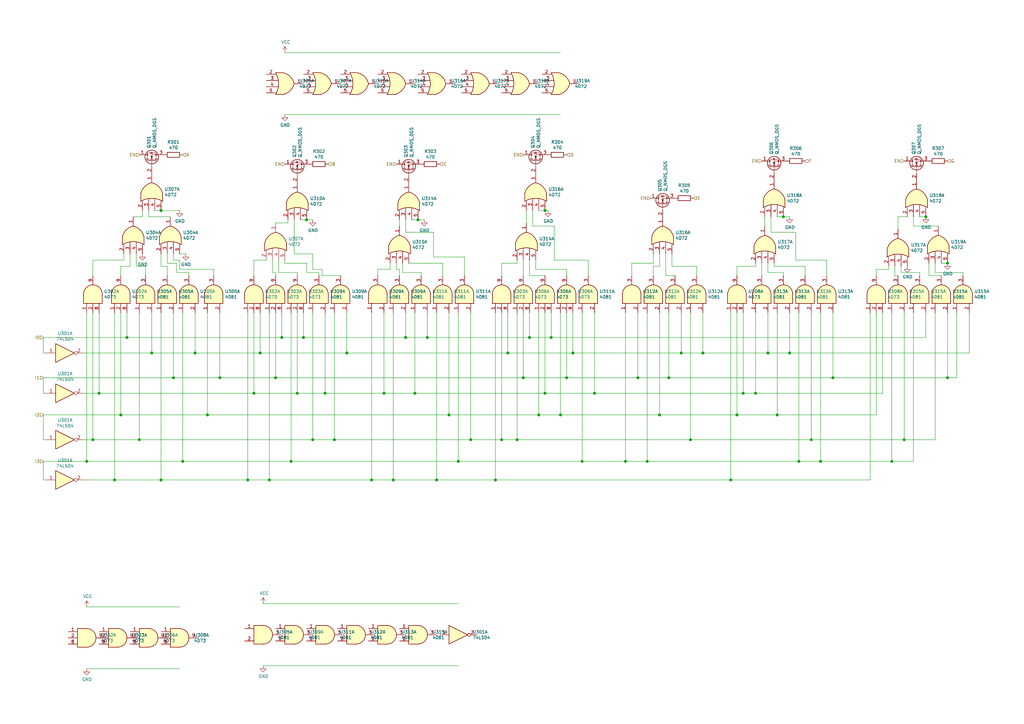
<source format=kicad_sch>
(kicad_sch (version 20210126) (generator eeschema)
  (paper "A3")
  (junction (at 35.56 189.23) (diameter 1.016))
  (junction (at 38.1 180.34) (diameter 1.016))
  (junction (at 40.64 161.29) (diameter 1.016))
  (junction (at 46.99 196.85) (diameter 1.016))
  (junction (at 49.53 170.18) (diameter 1.016))
  (junction (at 52.07 138.43) (diameter 1.016))
  (junction (at 57.15 180.34) (diameter 1.016))
  (junction (at 62.23 144.78) (diameter 1.016))
  (junction (at 66.04 86.36) (diameter 1.016))
  (junction (at 66.04 196.85) (diameter 1.016))
  (junction (at 71.12 154.94) (diameter 1.016))
  (junction (at 74.93 189.23) (diameter 1.016))
  (junction (at 80.01 144.78) (diameter 1.016))
  (junction (at 85.09 170.18) (diameter 1.016))
  (junction (at 90.17 154.94) (diameter 1.016))
  (junction (at 101.6 196.85) (diameter 1.016))
  (junction (at 104.14 161.29) (diameter 1.016))
  (junction (at 106.68 144.78) (diameter 1.016))
  (junction (at 110.49 196.85) (diameter 1.016))
  (junction (at 113.03 154.94) (diameter 1.016))
  (junction (at 115.57 138.43) (diameter 1.016))
  (junction (at 119.38 189.23) (diameter 1.016))
  (junction (at 121.92 161.29) (diameter 1.016))
  (junction (at 124.46 138.43) (diameter 1.016))
  (junction (at 125.73 90.17) (diameter 1.016))
  (junction (at 128.27 180.34) (diameter 1.016))
  (junction (at 133.35 161.29) (diameter 1.016))
  (junction (at 137.16 180.34) (diameter 1.016))
  (junction (at 142.24 144.78) (diameter 1.016))
  (junction (at 152.4 196.85) (diameter 1.016))
  (junction (at 157.48 161.29) (diameter 1.016))
  (junction (at 161.29 196.85) (diameter 1.016))
  (junction (at 166.37 138.43) (diameter 1.016))
  (junction (at 170.18 161.29) (diameter 1.016))
  (junction (at 171.45 90.17) (diameter 1.016))
  (junction (at 175.26 138.43) (diameter 1.016))
  (junction (at 179.07 196.85) (diameter 1.016))
  (junction (at 184.15 170.18) (diameter 1.016))
  (junction (at 187.96 189.23) (diameter 1.016))
  (junction (at 193.04 180.34) (diameter 1.016))
  (junction (at 203.2 196.85) (diameter 1.016))
  (junction (at 205.74 180.34) (diameter 1.016))
  (junction (at 208.28 144.78) (diameter 1.016))
  (junction (at 212.09 180.34) (diameter 1.016))
  (junction (at 214.63 154.94) (diameter 1.016))
  (junction (at 217.17 138.43) (diameter 1.016))
  (junction (at 220.98 170.18) (diameter 1.016))
  (junction (at 223.52 86.36) (diameter 1.016))
  (junction (at 223.52 161.29) (diameter 1.016))
  (junction (at 226.06 138.43) (diameter 1.016))
  (junction (at 229.87 170.18) (diameter 1.016))
  (junction (at 232.41 154.94) (diameter 1.016))
  (junction (at 234.95 144.78) (diameter 1.016))
  (junction (at 238.76 189.23) (diameter 1.016))
  (junction (at 243.84 161.29) (diameter 1.016))
  (junction (at 256.54 189.23) (diameter 1.016))
  (junction (at 261.62 154.94) (diameter 1.016))
  (junction (at 265.43 189.23) (diameter 1.016))
  (junction (at 270.51 170.18) (diameter 1.016))
  (junction (at 274.32 154.94) (diameter 1.016))
  (junction (at 279.4 144.78) (diameter 1.016))
  (junction (at 283.21 180.34) (diameter 1.016))
  (junction (at 288.29 144.78) (diameter 1.016))
  (junction (at 299.72 196.85) (diameter 1.016))
  (junction (at 302.26 170.18) (diameter 1.016))
  (junction (at 304.8 161.29) (diameter 1.016))
  (junction (at 309.88 161.29) (diameter 1.016))
  (junction (at 314.96 144.78) (diameter 1.016))
  (junction (at 318.77 170.18) (diameter 1.016))
  (junction (at 321.31 88.9) (diameter 1.016))
  (junction (at 323.85 144.78) (diameter 1.016))
  (junction (at 327.66 189.23) (diameter 1.016))
  (junction (at 332.74 180.34) (diameter 1.016))
  (junction (at 336.55 189.23) (diameter 1.016))
  (junction (at 341.63 154.94) (diameter 1.016))
  (junction (at 365.76 189.23) (diameter 1.016))
  (junction (at 370.84 180.34) (diameter 1.016))
  (junction (at 379.73 88.9) (diameter 1.016))
  (junction (at 388.62 107.95) (diameter 1.016))
  (junction (at 388.62 154.94) (diameter 1.016))
  (wire (pts (xy 17.78 138.43) (xy 17.78 144.78)))
  (wire (pts (xy 17.78 138.43) (xy 52.07 138.43)))
  (wire (pts (xy 17.78 144.78) (xy 19.05 144.78)))
  (wire (pts (xy 17.78 154.94) (xy 17.78 161.29)))
  (wire (pts (xy 17.78 154.94) (xy 71.12 154.94)))
  (wire (pts (xy 17.78 161.29) (xy 19.05 161.29)))
  (wire (pts (xy 17.78 170.18) (xy 17.78 180.34)))
  (wire (pts (xy 17.78 170.18) (xy 49.53 170.18)))
  (wire (pts (xy 17.78 180.34) (xy 19.05 180.34)))
  (wire (pts (xy 17.78 189.23) (xy 17.78 196.85)))
  (wire (pts (xy 17.78 189.23) (xy 35.56 189.23)))
  (wire (pts (xy 17.78 196.85) (xy 19.05 196.85)))
  (wire (pts (xy 34.29 144.78) (xy 62.23 144.78)))
  (wire (pts (xy 34.29 161.29) (xy 40.64 161.29)))
  (wire (pts (xy 34.29 180.34) (xy 38.1 180.34)))
  (wire (pts (xy 34.29 196.85) (xy 46.99 196.85)))
  (wire (pts (xy 35.56 128.27) (xy 35.56 189.23)))
  (wire (pts (xy 35.56 189.23) (xy 74.93 189.23)))
  (wire (pts (xy 35.56 248.92) (xy 73.66 248.92)))
  (wire (pts (xy 35.56 274.32) (xy 73.66 274.32)))
  (wire (pts (xy 38.1 106.68) (xy 50.8 106.68)))
  (wire (pts (xy 38.1 113.03) (xy 38.1 106.68)))
  (wire (pts (xy 38.1 128.27) (xy 38.1 180.34)))
  (wire (pts (xy 38.1 180.34) (xy 57.15 180.34)))
  (wire (pts (xy 40.64 128.27) (xy 40.64 161.29)))
  (wire (pts (xy 40.64 161.29) (xy 104.14 161.29)))
  (wire (pts (xy 46.99 128.27) (xy 46.99 196.85)))
  (wire (pts (xy 46.99 196.85) (xy 66.04 196.85)))
  (wire (pts (xy 49.53 109.22) (xy 53.34 109.22)))
  (wire (pts (xy 49.53 113.03) (xy 49.53 109.22)))
  (wire (pts (xy 49.53 128.27) (xy 49.53 170.18)))
  (wire (pts (xy 49.53 170.18) (xy 85.09 170.18)))
  (wire (pts (xy 50.8 106.68) (xy 50.8 104.14)))
  (wire (pts (xy 52.07 128.27) (xy 52.07 138.43)))
  (wire (pts (xy 52.07 138.43) (xy 115.57 138.43)))
  (wire (pts (xy 53.34 104.14) (xy 53.34 109.22)))
  (wire (pts (xy 54.61 88.9) (xy 58.42 88.9)))
  (wire (pts (xy 55.88 104.14) (xy 55.88 109.22)))
  (wire (pts (xy 55.88 109.22) (xy 59.69 109.22)))
  (wire (pts (xy 57.15 128.27) (xy 57.15 180.34)))
  (wire (pts (xy 57.15 180.34) (xy 128.27 180.34)))
  (wire (pts (xy 58.42 88.9) (xy 58.42 86.36)))
  (wire (pts (xy 59.69 109.22) (xy 59.69 113.03)))
  (wire (pts (xy 60.96 86.36) (xy 60.96 88.9)))
  (wire (pts (xy 60.96 88.9) (xy 69.85 88.9)))
  (wire (pts (xy 62.23 128.27) (xy 62.23 144.78)))
  (wire (pts (xy 62.23 144.78) (xy 80.01 144.78)))
  (wire (pts (xy 63.5 86.36) (xy 66.04 86.36)))
  (wire (pts (xy 66.04 86.36) (xy 73.66 86.36)))
  (wire (pts (xy 66.04 109.22) (xy 66.04 104.14)))
  (wire (pts (xy 66.04 128.27) (xy 66.04 196.85)))
  (wire (pts (xy 66.04 196.85) (xy 101.6 196.85)))
  (wire (pts (xy 68.58 104.14) (xy 68.58 107.95)))
  (wire (pts (xy 68.58 107.95) (xy 72.39 107.95)))
  (wire (pts (xy 68.58 109.22) (xy 66.04 109.22)))
  (wire (pts (xy 68.58 113.03) (xy 68.58 109.22)))
  (wire (pts (xy 71.12 104.14) (xy 71.12 106.68)))
  (wire (pts (xy 71.12 106.68) (xy 73.66 106.68)))
  (wire (pts (xy 71.12 128.27) (xy 71.12 154.94)))
  (wire (pts (xy 71.12 154.94) (xy 90.17 154.94)))
  (wire (pts (xy 72.39 107.95) (xy 72.39 111.76)))
  (wire (pts (xy 72.39 111.76) (xy 77.47 111.76)))
  (wire (pts (xy 73.66 104.14) (xy 76.2 104.14)))
  (wire (pts (xy 73.66 106.68) (xy 73.66 110.49)))
  (wire (pts (xy 73.66 110.49) (xy 87.63 110.49)))
  (wire (pts (xy 74.93 128.27) (xy 74.93 189.23)))
  (wire (pts (xy 74.93 189.23) (xy 119.38 189.23)))
  (wire (pts (xy 77.47 111.76) (xy 77.47 113.03)))
  (wire (pts (xy 80.01 128.27) (xy 80.01 144.78)))
  (wire (pts (xy 80.01 144.78) (xy 106.68 144.78)))
  (wire (pts (xy 85.09 128.27) (xy 85.09 170.18)))
  (wire (pts (xy 85.09 170.18) (xy 184.15 170.18)))
  (wire (pts (xy 87.63 110.49) (xy 87.63 113.03)))
  (wire (pts (xy 90.17 128.27) (xy 90.17 154.94)))
  (wire (pts (xy 90.17 154.94) (xy 113.03 154.94)))
  (wire (pts (xy 101.6 128.27) (xy 101.6 196.85)))
  (wire (pts (xy 101.6 196.85) (xy 110.49 196.85)))
  (wire (pts (xy 104.14 106.68) (xy 109.22 106.68)))
  (wire (pts (xy 104.14 113.03) (xy 104.14 106.68)))
  (wire (pts (xy 104.14 128.27) (xy 104.14 161.29)))
  (wire (pts (xy 104.14 161.29) (xy 121.92 161.29)))
  (wire (pts (xy 106.68 128.27) (xy 106.68 144.78)))
  (wire (pts (xy 106.68 144.78) (xy 142.24 144.78)))
  (wire (pts (xy 107.95 247.65) (xy 187.96 247.65)))
  (wire (pts (xy 107.95 273.05) (xy 187.96 273.05)))
  (wire (pts (xy 110.49 128.27) (xy 110.49 196.85)))
  (wire (pts (xy 110.49 196.85) (xy 152.4 196.85)))
  (wire (pts (xy 111.76 111.76) (xy 111.76 106.68)))
  (wire (pts (xy 113.03 91.44) (xy 118.11 91.44)))
  (wire (pts (xy 113.03 111.76) (xy 111.76 111.76)))
  (wire (pts (xy 113.03 113.03) (xy 113.03 111.76)))
  (wire (pts (xy 113.03 128.27) (xy 113.03 154.94)))
  (wire (pts (xy 113.03 154.94) (xy 214.63 154.94)))
  (wire (pts (xy 114.3 106.68) (xy 114.3 111.76)))
  (wire (pts (xy 114.3 111.76) (xy 121.92 111.76)))
  (wire (pts (xy 115.57 128.27) (xy 115.57 138.43)))
  (wire (pts (xy 115.57 138.43) (xy 124.46 138.43)))
  (wire (pts (xy 116.84 21.59) (xy 229.87 21.59)))
  (wire (pts (xy 116.84 46.99) (xy 229.87 46.99)))
  (wire (pts (xy 116.84 107.95) (xy 116.84 106.68)))
  (wire (pts (xy 118.11 91.44) (xy 118.11 90.17)))
  (wire (pts (xy 119.38 128.27) (xy 119.38 189.23)))
  (wire (pts (xy 119.38 189.23) (xy 187.96 189.23)))
  (wire (pts (xy 120.65 90.17) (xy 120.65 104.14)))
  (wire (pts (xy 121.92 111.76) (xy 121.92 113.03)))
  (wire (pts (xy 121.92 128.27) (xy 121.92 161.29)))
  (wire (pts (xy 121.92 161.29) (xy 133.35 161.29)))
  (wire (pts (xy 123.19 90.17) (xy 125.73 90.17)))
  (wire (pts (xy 124.46 128.27) (xy 124.46 138.43)))
  (wire (pts (xy 124.46 138.43) (xy 166.37 138.43)))
  (wire (pts (xy 125.73 90.17) (xy 128.27 90.17)))
  (wire (pts (xy 125.73 107.95) (xy 116.84 107.95)))
  (wire (pts (xy 125.73 107.95) (xy 125.73 111.76)))
  (wire (pts (xy 125.73 111.76) (xy 130.81 111.76)))
  (wire (pts (xy 128.27 104.14) (xy 120.65 104.14)))
  (wire (pts (xy 128.27 104.14) (xy 128.27 110.49)))
  (wire (pts (xy 128.27 128.27) (xy 128.27 180.34)))
  (wire (pts (xy 128.27 180.34) (xy 137.16 180.34)))
  (wire (pts (xy 130.81 111.76) (xy 130.81 113.03)))
  (wire (pts (xy 132.08 110.49) (xy 128.27 110.49)))
  (wire (pts (xy 132.08 113.03) (xy 132.08 110.49)))
  (wire (pts (xy 133.35 128.27) (xy 133.35 161.29)))
  (wire (pts (xy 133.35 161.29) (xy 157.48 161.29)))
  (wire (pts (xy 137.16 128.27) (xy 137.16 180.34)))
  (wire (pts (xy 137.16 180.34) (xy 193.04 180.34)))
  (wire (pts (xy 139.7 113.03) (xy 132.08 113.03)))
  (wire (pts (xy 142.24 128.27) (xy 142.24 144.78)))
  (wire (pts (xy 142.24 144.78) (xy 208.28 144.78)))
  (wire (pts (xy 152.4 128.27) (xy 152.4 196.85)))
  (wire (pts (xy 152.4 196.85) (xy 161.29 196.85)))
  (wire (pts (xy 154.94 110.49) (xy 160.02 110.49)))
  (wire (pts (xy 154.94 113.03) (xy 154.94 110.49)))
  (wire (pts (xy 157.48 128.27) (xy 157.48 161.29)))
  (wire (pts (xy 157.48 161.29) (xy 170.18 161.29)))
  (wire (pts (xy 160.02 110.49) (xy 160.02 107.95)))
  (wire (pts (xy 161.29 128.27) (xy 161.29 196.85)))
  (wire (pts (xy 161.29 196.85) (xy 179.07 196.85)))
  (wire (pts (xy 162.56 107.95) (xy 162.56 110.49)))
  (wire (pts (xy 162.56 110.49) (xy 163.83 110.49)))
  (wire (pts (xy 163.83 90.17) (xy 163.83 92.71)))
  (wire (pts (xy 163.83 110.49) (xy 163.83 113.03)))
  (wire (pts (xy 165.1 107.95) (xy 165.1 111.76)))
  (wire (pts (xy 165.1 111.76) (xy 172.72 111.76)))
  (wire (pts (xy 166.37 90.17) (xy 166.37 95.25)))
  (wire (pts (xy 166.37 95.25) (xy 177.8 95.25)))
  (wire (pts (xy 166.37 128.27) (xy 166.37 138.43)))
  (wire (pts (xy 166.37 138.43) (xy 175.26 138.43)))
  (wire (pts (xy 167.64 107.95) (xy 181.61 107.95)))
  (wire (pts (xy 168.91 90.17) (xy 171.45 90.17)))
  (wire (pts (xy 170.18 128.27) (xy 170.18 161.29)))
  (wire (pts (xy 170.18 161.29) (xy 223.52 161.29)))
  (wire (pts (xy 171.45 90.17) (xy 173.99 90.17)))
  (wire (pts (xy 172.72 111.76) (xy 172.72 113.03)))
  (wire (pts (xy 175.26 128.27) (xy 175.26 138.43)))
  (wire (pts (xy 175.26 138.43) (xy 217.17 138.43)))
  (wire (pts (xy 177.8 95.25) (xy 177.8 105.41)))
  (wire (pts (xy 177.8 105.41) (xy 190.5 105.41)))
  (wire (pts (xy 179.07 128.27) (xy 179.07 196.85)))
  (wire (pts (xy 179.07 196.85) (xy 203.2 196.85)))
  (wire (pts (xy 181.61 107.95) (xy 181.61 113.03)))
  (wire (pts (xy 184.15 128.27) (xy 184.15 170.18)))
  (wire (pts (xy 184.15 170.18) (xy 220.98 170.18)))
  (wire (pts (xy 187.96 128.27) (xy 187.96 189.23)))
  (wire (pts (xy 187.96 189.23) (xy 238.76 189.23)))
  (wire (pts (xy 190.5 105.41) (xy 190.5 113.03)))
  (wire (pts (xy 193.04 128.27) (xy 193.04 180.34)))
  (wire (pts (xy 193.04 180.34) (xy 205.74 180.34)))
  (wire (pts (xy 203.2 128.27) (xy 203.2 196.85)))
  (wire (pts (xy 203.2 196.85) (xy 299.72 196.85)))
  (wire (pts (xy 205.74 107.95) (xy 212.09 107.95)))
  (wire (pts (xy 205.74 113.03) (xy 205.74 107.95)))
  (wire (pts (xy 205.74 128.27) (xy 205.74 180.34)))
  (wire (pts (xy 205.74 180.34) (xy 212.09 180.34)))
  (wire (pts (xy 208.28 128.27) (xy 208.28 144.78)))
  (wire (pts (xy 208.28 144.78) (xy 234.95 144.78)))
  (wire (pts (xy 212.09 107.95) (xy 212.09 106.68)))
  (wire (pts (xy 212.09 128.27) (xy 212.09 180.34)))
  (wire (pts (xy 212.09 180.34) (xy 283.21 180.34)))
  (wire (pts (xy 214.63 106.68) (xy 214.63 113.03)))
  (wire (pts (xy 214.63 128.27) (xy 214.63 154.94)))
  (wire (pts (xy 214.63 154.94) (xy 232.41 154.94)))
  (wire (pts (xy 215.9 86.36) (xy 215.9 91.44)))
  (wire (pts (xy 217.17 106.68) (xy 217.17 113.03)))
  (wire (pts (xy 217.17 113.03) (xy 223.52 113.03)))
  (wire (pts (xy 217.17 128.27) (xy 217.17 138.43)))
  (wire (pts (xy 217.17 138.43) (xy 226.06 138.43)))
  (wire (pts (xy 218.44 86.36) (xy 218.44 92.71)))
  (wire (pts (xy 218.44 92.71) (xy 227.33 92.71)))
  (wire (pts (xy 219.71 106.68) (xy 219.71 110.49)))
  (wire (pts (xy 219.71 110.49) (xy 232.41 110.49)))
  (wire (pts (xy 220.98 86.36) (xy 223.52 86.36)))
  (wire (pts (xy 220.98 128.27) (xy 220.98 170.18)))
  (wire (pts (xy 220.98 170.18) (xy 229.87 170.18)))
  (wire (pts (xy 223.52 86.36) (xy 224.79 86.36)))
  (wire (pts (xy 223.52 128.27) (xy 223.52 161.29)))
  (wire (pts (xy 223.52 161.29) (xy 243.84 161.29)))
  (wire (pts (xy 226.06 128.27) (xy 226.06 138.43)))
  (wire (pts (xy 226.06 138.43) (xy 379.73 138.43)))
  (wire (pts (xy 227.33 92.71) (xy 227.33 106.68)))
  (wire (pts (xy 227.33 106.68) (xy 241.3 106.68)))
  (wire (pts (xy 229.87 128.27) (xy 229.87 170.18)))
  (wire (pts (xy 229.87 170.18) (xy 270.51 170.18)))
  (wire (pts (xy 232.41 110.49) (xy 232.41 113.03)))
  (wire (pts (xy 232.41 128.27) (xy 232.41 154.94)))
  (wire (pts (xy 232.41 154.94) (xy 261.62 154.94)))
  (wire (pts (xy 234.95 128.27) (xy 234.95 144.78)))
  (wire (pts (xy 234.95 144.78) (xy 279.4 144.78)))
  (wire (pts (xy 238.76 128.27) (xy 238.76 189.23)))
  (wire (pts (xy 238.76 189.23) (xy 256.54 189.23)))
  (wire (pts (xy 241.3 106.68) (xy 241.3 113.03)))
  (wire (pts (xy 243.84 128.27) (xy 243.84 161.29)))
  (wire (pts (xy 243.84 161.29) (xy 304.8 161.29)))
  (wire (pts (xy 256.54 128.27) (xy 256.54 189.23)))
  (wire (pts (xy 256.54 189.23) (xy 265.43 189.23)))
  (wire (pts (xy 259.08 107.95) (xy 267.97 107.95)))
  (wire (pts (xy 259.08 113.03) (xy 259.08 107.95)))
  (wire (pts (xy 261.62 128.27) (xy 261.62 154.94)))
  (wire (pts (xy 261.62 154.94) (xy 274.32 154.94)))
  (wire (pts (xy 265.43 128.27) (xy 265.43 189.23)))
  (wire (pts (xy 265.43 189.23) (xy 327.66 189.23)))
  (wire (pts (xy 267.97 107.95) (xy 267.97 104.14)))
  (wire (pts (xy 267.97 109.22) (xy 267.97 113.03)))
  (wire (pts (xy 270.51 104.14) (xy 270.51 109.22)))
  (wire (pts (xy 270.51 109.22) (xy 267.97 109.22)))
  (wire (pts (xy 270.51 128.27) (xy 270.51 170.18)))
  (wire (pts (xy 270.51 170.18) (xy 302.26 170.18)))
  (wire (pts (xy 273.05 104.14) (xy 273.05 113.03)))
  (wire (pts (xy 274.32 128.27) (xy 274.32 154.94)))
  (wire (pts (xy 274.32 154.94) (xy 341.63 154.94)))
  (wire (pts (xy 275.59 104.14) (xy 275.59 109.22)))
  (wire (pts (xy 275.59 109.22) (xy 285.75 109.22)))
  (wire (pts (xy 276.86 113.03) (xy 273.05 113.03)))
  (wire (pts (xy 279.4 128.27) (xy 279.4 144.78)))
  (wire (pts (xy 279.4 144.78) (xy 288.29 144.78)))
  (wire (pts (xy 283.21 128.27) (xy 283.21 180.34)))
  (wire (pts (xy 283.21 180.34) (xy 332.74 180.34)))
  (wire (pts (xy 285.75 109.22) (xy 285.75 113.03)))
  (wire (pts (xy 288.29 128.27) (xy 288.29 144.78)))
  (wire (pts (xy 288.29 144.78) (xy 314.96 144.78)))
  (wire (pts (xy 299.72 128.27) (xy 299.72 196.85)))
  (wire (pts (xy 299.72 196.85) (xy 356.87 196.85)))
  (wire (pts (xy 302.26 109.22) (xy 309.88 109.22)))
  (wire (pts (xy 302.26 113.03) (xy 302.26 109.22)))
  (wire (pts (xy 302.26 128.27) (xy 302.26 170.18)))
  (wire (pts (xy 302.26 170.18) (xy 318.77 170.18)))
  (wire (pts (xy 304.8 128.27) (xy 304.8 161.29)))
  (wire (pts (xy 304.8 161.29) (xy 309.88 161.29)))
  (wire (pts (xy 309.88 109.22) (xy 309.88 107.95)))
  (wire (pts (xy 309.88 128.27) (xy 309.88 161.29)))
  (wire (pts (xy 309.88 161.29) (xy 361.95 161.29)))
  (wire (pts (xy 312.42 107.95) (xy 312.42 113.03)))
  (wire (pts (xy 313.69 88.9) (xy 313.69 92.71)))
  (wire (pts (xy 314.96 107.95) (xy 314.96 111.76)))
  (wire (pts (xy 314.96 111.76) (xy 321.31 111.76)))
  (wire (pts (xy 314.96 128.27) (xy 314.96 144.78)))
  (wire (pts (xy 314.96 144.78) (xy 323.85 144.78)))
  (wire (pts (xy 316.23 88.9) (xy 316.23 95.25)))
  (wire (pts (xy 316.23 95.25) (xy 326.39 95.25)))
  (wire (pts (xy 317.5 107.95) (xy 317.5 109.22)))
  (wire (pts (xy 317.5 109.22) (xy 330.2 109.22)))
  (wire (pts (xy 318.77 88.9) (xy 321.31 88.9)))
  (wire (pts (xy 318.77 128.27) (xy 318.77 170.18)))
  (wire (pts (xy 318.77 170.18) (xy 359.41 170.18)))
  (wire (pts (xy 321.31 88.9) (xy 323.85 88.9)))
  (wire (pts (xy 321.31 111.76) (xy 321.31 113.03)))
  (wire (pts (xy 323.85 128.27) (xy 323.85 144.78)))
  (wire (pts (xy 323.85 144.78) (xy 397.51 144.78)))
  (wire (pts (xy 326.39 95.25) (xy 326.39 106.68)))
  (wire (pts (xy 326.39 106.68) (xy 339.09 106.68)))
  (wire (pts (xy 327.66 128.27) (xy 327.66 189.23)))
  (wire (pts (xy 327.66 189.23) (xy 336.55 189.23)))
  (wire (pts (xy 330.2 109.22) (xy 330.2 113.03)))
  (wire (pts (xy 332.74 128.27) (xy 332.74 180.34)))
  (wire (pts (xy 332.74 180.34) (xy 370.84 180.34)))
  (wire (pts (xy 336.55 128.27) (xy 336.55 189.23)))
  (wire (pts (xy 336.55 189.23) (xy 365.76 189.23)))
  (wire (pts (xy 339.09 106.68) (xy 339.09 113.03)))
  (wire (pts (xy 341.63 128.27) (xy 341.63 154.94)))
  (wire (pts (xy 341.63 154.94) (xy 388.62 154.94)))
  (wire (pts (xy 356.87 128.27) (xy 356.87 196.85)))
  (wire (pts (xy 359.41 110.49) (xy 364.49 110.49)))
  (wire (pts (xy 359.41 113.03) (xy 359.41 110.49)))
  (wire (pts (xy 359.41 128.27) (xy 359.41 170.18)))
  (wire (pts (xy 361.95 128.27) (xy 361.95 161.29)))
  (wire (pts (xy 364.49 110.49) (xy 364.49 109.22)))
  (wire (pts (xy 365.76 128.27) (xy 365.76 189.23)))
  (wire (pts (xy 365.76 189.23) (xy 374.65 189.23)))
  (wire (pts (xy 367.03 109.22) (xy 367.03 113.03)))
  (wire (pts (xy 367.03 113.03) (xy 368.3 113.03)))
  (wire (pts (xy 368.3 88.9) (xy 372.11 88.9)))
  (wire (pts (xy 368.3 93.98) (xy 368.3 88.9)))
  (wire (pts (xy 369.57 109.22) (xy 369.57 111.76)))
  (wire (pts (xy 369.57 111.76) (xy 377.19 111.76)))
  (wire (pts (xy 370.84 128.27) (xy 370.84 180.34)))
  (wire (pts (xy 370.84 180.34) (xy 383.54 180.34)))
  (wire (pts (xy 374.65 88.9) (xy 374.65 92.71)))
  (wire (pts (xy 374.65 92.71) (xy 384.81 92.71)))
  (wire (pts (xy 374.65 128.27) (xy 374.65 189.23)))
  (wire (pts (xy 377.19 88.9) (xy 379.73 88.9)))
  (wire (pts (xy 377.19 111.76) (xy 377.19 113.03)))
  (wire (pts (xy 379.73 128.27) (xy 379.73 138.43)))
  (wire (pts (xy 381 107.95) (xy 381 113.03)))
  (wire (pts (xy 381 113.03) (xy 386.08 113.03)))
  (wire (pts (xy 383.54 107.95) (xy 383.54 111.76)))
  (wire (pts (xy 383.54 111.76) (xy 394.97 111.76)))
  (wire (pts (xy 383.54 128.27) (xy 383.54 180.34)))
  (wire (pts (xy 386.08 107.95) (xy 388.62 107.95)))
  (wire (pts (xy 388.62 128.27) (xy 388.62 154.94)))
  (wire (pts (xy 388.62 154.94) (xy 392.43 154.94)))
  (wire (pts (xy 392.43 128.27) (xy 392.43 154.94)))
  (wire (pts (xy 394.97 111.76) (xy 394.97 113.03)))
  (wire (pts (xy 397.51 128.27) (xy 397.51 144.78)))
  (hierarchical_label "I0" (shape input) (at 17.78 138.43 180))
  (hierarchical_label "I1" (shape input) (at 17.78 154.94 180))
  (hierarchical_label "I2" (shape input) (at 17.78 170.18 180))
  (hierarchical_label "I3" (shape input) (at 17.78 189.23 180))
  (hierarchical_label "EN" (shape input) (at 57.15 63.5 180))
  (hierarchical_label "A" (shape input) (at 74.93 63.5 0))
  (hierarchical_label "EN" (shape input) (at 116.84 67.31 180))
  (hierarchical_label "B" (shape input) (at 134.62 67.31 0))
  (hierarchical_label "EN" (shape input) (at 162.56 67.31 180))
  (hierarchical_label "C" (shape input) (at 180.34 67.31 0))
  (hierarchical_label "EN" (shape input) (at 214.63 63.5 180))
  (hierarchical_label "D" (shape input) (at 232.41 63.5 0))
  (hierarchical_label "EN" (shape input) (at 266.7 81.28 180))
  (hierarchical_label "E" (shape input) (at 284.48 81.28 0))
  (hierarchical_label "EN" (shape input) (at 312.42 66.04 180))
  (hierarchical_label "F" (shape input) (at 330.2 66.04 0))
  (hierarchical_label "EN" (shape input) (at 370.84 66.04 180))
  (hierarchical_label "G" (shape input) (at 388.62 66.04 0))
  (symbol (lib_id "power:VCC") (at 35.56 248.92 0)
    (property "Reference" "#PWR0301" (effects hide))
    (property "Value" "VCC" (at 35.9283 244.5956 0))
  )
  (symbol (lib_id "power:VCC") (at 107.95 247.65 0)
    (property "Reference" "#PWR0306" (effects hide))
    (property "Value" "VCC" (at 108.3183 243.3256 0))
  )
  (symbol (lib_id "power:VCC") (at 116.84 21.59 0)
    (property "Reference" "#PWR0308" (effects hide))
    (property "Value" "VCC" (at 117.2083 17.2656 0))
  )
  (symbol (lib_id "power:GND") (at 35.56 274.32 0)
    (property "Reference" "#PWR0302" (effects hide))
    (property "Value" "GND" (at 35.6743 278.6444 0))
  )
  (symbol (lib_id "power:GND") (at 58.42 104.14 0)
    (property "Reference" "#PWR0303" (effects hide))
    (property "Value" "GND" (at 58.5343 108.4644 0))
  )
  (symbol (lib_id "power:GND") (at 73.66 86.36 0)
    (property "Reference" "#PWR0304" (effects hide))
    (property "Value" "GND" (at 73.7743 90.6844 0))
  )
  (symbol (lib_id "power:GND") (at 76.2 104.14 0)
    (property "Reference" "#PWR0305" (effects hide))
    (property "Value" "GND" (at 76.3143 108.4644 0))
  )
  (symbol (lib_id "power:GND") (at 107.95 273.05 0)
    (property "Reference" "#PWR0307" (effects hide))
    (property "Value" "GND" (at 108.0643 277.3744 0))
  )
  (symbol (lib_id "power:GND") (at 116.84 46.99 0)
    (property "Reference" "#PWR0309" (effects hide))
    (property "Value" "GND" (at 116.9543 51.3144 0))
  )
  (symbol (lib_id "power:GND") (at 128.27 90.17 0)
    (property "Reference" "#PWR0310" (effects hide))
    (property "Value" "GND" (at 128.3843 94.4944 0))
  )
  (symbol (lib_id "power:GND") (at 173.99 90.17 0)
    (property "Reference" "#PWR0311" (effects hide))
    (property "Value" "GND" (at 174.1043 94.4944 0))
  )
  (symbol (lib_id "power:GND") (at 224.79 86.36 0)
    (property "Reference" "#PWR0312" (effects hide))
    (property "Value" "GND" (at 224.9043 90.6844 0))
  )
  (symbol (lib_id "power:GND") (at 323.85 88.9 0)
    (property "Reference" "#PWR0313" (effects hide))
    (property "Value" "GND" (at 323.9643 93.2244 0))
  )
  (symbol (lib_id "power:GND") (at 372.11 109.22 0)
    (property "Reference" "#PWR0314" (effects hide))
    (property "Value" "GND" (at 372.2243 113.5444 0))
  )
  (symbol (lib_id "power:GND") (at 379.73 88.9 0)
    (property "Reference" "#PWR0315" (effects hide))
    (property "Value" "GND" (at 379.8443 93.2244 0))
  )
  (symbol (lib_id "power:GND") (at 388.62 107.95 0)
    (property "Reference" "#PWR0316" (effects hide))
    (property "Value" "GND" (at 388.7343 112.2744 0))
  )
  (symbol (lib_id "Device:R") (at 71.12 63.5 90)
    (property "Reference" "R301" (at 71.12 58.2738 90))
    (property "Value" "470" (at 71.12 60.5725 90))
    (property "Footprint" "Resistor_THT:R_Axial_DIN0204_L3.6mm_D1.6mm_P5.08mm_Horizontal" (effects hide))
  )
  (symbol (lib_id "Device:R") (at 130.81 67.31 90)
    (property "Reference" "R302" (at 130.81 62.0838 90))
    (property "Value" "470" (at 130.81 64.3825 90))
    (property "Footprint" "Resistor_THT:R_Axial_DIN0204_L3.6mm_D1.6mm_P5.08mm_Horizontal" (effects hide))
  )
  (symbol (lib_id "Device:R") (at 176.53 67.31 90)
    (property "Reference" "R303" (at 176.53 62.0838 90))
    (property "Value" "470" (at 176.53 64.3825 90))
    (property "Footprint" "Resistor_THT:R_Axial_DIN0204_L3.6mm_D1.6mm_P5.08mm_Horizontal" (effects hide))
  )
  (symbol (lib_id "Device:R") (at 228.6 63.5 90)
    (property "Reference" "R304" (at 228.6 58.2738 90))
    (property "Value" "470" (at 228.6 60.5725 90))
    (property "Footprint" "Resistor_THT:R_Axial_DIN0204_L3.6mm_D1.6mm_P5.08mm_Horizontal" (effects hide))
  )
  (symbol (lib_id "Device:R") (at 280.67 81.28 90)
    (property "Reference" "R305" (at 280.67 76.0538 90))
    (property "Value" "470" (at 280.67 78.3525 90))
    (property "Footprint" "Resistor_THT:R_Axial_DIN0204_L3.6mm_D1.6mm_P5.08mm_Horizontal" (effects hide))
  )
  (symbol (lib_id "Device:R") (at 326.39 66.04 90)
    (property "Reference" "R306" (at 326.39 60.8138 90))
    (property "Value" "470" (at 326.39 63.1125 90))
    (property "Footprint" "Resistor_THT:R_Axial_DIN0204_L3.6mm_D1.6mm_P5.08mm_Horizontal" (effects hide))
  )
  (symbol (lib_id "Device:R") (at 384.81 66.04 90)
    (property "Reference" "R307" (at 384.81 60.8138 90))
    (property "Value" "470" (at 384.81 63.1125 90))
    (property "Footprint" "Resistor_THT:R_Axial_DIN0204_L3.6mm_D1.6mm_P5.08mm_Horizontal" (effects hide))
  )
  (symbol (lib_id "Device:Q_NMOS_DGS") (at 62.23 66.04 90)
    (property "Reference" "Q301" (at 61.0806 60.8329 0) (effects (justify left)))
    (property "Value" "Q_NMOS_DGS" (at 63.3793 60.8329 0) (effects (justify left)))
    (property "Footprint" "Package_TO_SOT_THT:TO-92_Inline" (effects hide))
  )
  (symbol (lib_id "Device:Q_NMOS_DGS") (at 121.92 69.85 90)
    (property "Reference" "Q302" (at 120.7706 64.6429 0) (effects (justify left)))
    (property "Value" "Q_NMOS_DGS" (at 123.0693 64.6429 0) (effects (justify left)))
    (property "Footprint" "Package_TO_SOT_THT:TO-92_Inline" (effects hide))
  )
  (symbol (lib_id "Device:Q_NMOS_DGS") (at 167.64 69.85 90)
    (property "Reference" "Q303" (at 166.4906 64.6429 0) (effects (justify left)))
    (property "Value" "Q_NMOS_DGS" (at 168.7893 64.6429 0) (effects (justify left)))
    (property "Footprint" "Package_TO_SOT_THT:TO-92_Inline" (effects hide))
  )
  (symbol (lib_id "Device:Q_NMOS_DGS") (at 219.71 66.04 90)
    (property "Reference" "Q304" (at 218.5606 60.8329 0) (effects (justify left)))
    (property "Value" "Q_NMOS_DGS" (at 220.8593 60.8329 0) (effects (justify left)))
    (property "Footprint" "Package_TO_SOT_THT:TO-92_Inline" (effects hide))
  )
  (symbol (lib_id "Device:Q_NMOS_DGS") (at 271.78 83.82 90)
    (property "Reference" "Q305" (at 270.6306 78.6129 0) (effects (justify left)))
    (property "Value" "Q_NMOS_DGS" (at 272.9293 78.6129 0) (effects (justify left)))
    (property "Footprint" "Package_TO_SOT_THT:TO-92_Inline" (effects hide))
  )
  (symbol (lib_id "Device:Q_NMOS_DGS") (at 317.5 68.58 90)
    (property "Reference" "Q306" (at 316.3506 63.3729 0) (effects (justify left)))
    (property "Value" "Q_NMOS_DGS" (at 318.6493 63.3729 0) (effects (justify left)))
    (property "Footprint" "Package_TO_SOT_THT:TO-92_Inline" (effects hide))
  )
  (symbol (lib_id "Device:Q_NMOS_DGS") (at 375.92 68.58 90)
    (property "Reference" "Q307" (at 374.7706 63.3729 0) (effects (justify left)))
    (property "Value" "Q_NMOS_DGS" (at 377.0693 63.3729 0) (effects (justify left)))
    (property "Footprint" "Package_TO_SOT_THT:TO-92_Inline" (effects hide))
  )
  (symbol (lib_id "74xx:74LS04") (at 26.67 144.78 0)
    (property "Reference" "U301" (at 26.67 136.7598 0))
    (property "Value" "74LS04" (at 26.67 139.0585 0))
    (property "Footprint" "Package_DIP:DIP-14_W7.62mm_Socket" (effects hide))
    (property "Datasheet" "http://www.ti.com/lit/gpn/sn74LS04" (effects hide))
  )
  (symbol (lib_id "74xx:74LS04") (at 26.67 161.29 0)
    (property "Reference" "U301" (at 26.67 153.2698 0))
    (property "Value" "74LS04" (at 26.67 155.5685 0))
    (property "Footprint" "Package_DIP:DIP-14_W7.62mm_Socket" (effects hide))
    (property "Datasheet" "http://www.ti.com/lit/gpn/sn74LS04" (effects hide))
  )
  (symbol (lib_id "74xx:74LS04") (at 26.67 180.34 0)
    (property "Reference" "U301" (at 26.67 172.3198 0))
    (property "Value" "74LS04" (at 26.67 174.6185 0))
    (property "Footprint" "Package_DIP:DIP-14_W7.62mm_Socket" (effects hide))
    (property "Datasheet" "http://www.ti.com/lit/gpn/sn74LS04" (effects hide))
  )
  (symbol (lib_id "74xx:74LS04") (at 26.67 196.85 0)
    (property "Reference" "U301" (at 26.67 188.8298 0))
    (property "Value" "74LS04" (at 26.67 191.1285 0))
    (property "Footprint" "Package_DIP:DIP-14_W7.62mm_Socket" (effects hide))
    (property "Datasheet" "http://www.ti.com/lit/gpn/sn74LS04" (effects hide))
  )
  (symbol (lib_id "4xxx:4073") (at 38.1 120.65 90)
    (property "Reference" "U302" (at 42.6721 119.5006 90) (effects (justify right)))
    (property "Value" "4073" (at 42.6721 121.7993 90) (effects (justify right)))
    (property "Footprint" "Package_DIP:DIP-14_W7.62mm_Socket" (effects hide))
    (property "Datasheet" "http://www.intersil.com/content/dam/Intersil/documents/cd40/cd4073bms-81bms-82bms.pdf" (effects hide))
  )
  (symbol (lib_id "4xxx:4073") (at 49.53 120.65 90)
    (property "Reference" "U302" (at 54.1021 119.5006 90) (effects (justify right)))
    (property "Value" "4073" (at 54.1021 121.7993 90) (effects (justify right)))
    (property "Footprint" "Package_DIP:DIP-14_W7.62mm_Socket" (effects hide))
    (property "Datasheet" "http://www.intersil.com/content/dam/Intersil/documents/cd40/cd4073bms-81bms-82bms.pdf" (effects hide))
  )
  (symbol (lib_id "4xxx:4081") (at 59.69 120.65 90)
    (property "Reference" "U305" (at 64.2621 119.5006 90) (effects (justify right)))
    (property "Value" "4081" (at 64.2621 121.7993 90) (effects (justify right)))
    (property "Footprint" "Package_DIP:DIP-14_W7.62mm_Socket" (effects hide))
    (property "Datasheet" "http://www.intersil.com/content/dam/Intersil/documents/cd40/cd4073bms-81bms-82bms.pdf" (effects hide))
  )
  (symbol (lib_id "4xxx:4081") (at 68.58 120.65 90)
    (property "Reference" "U305" (at 73.1521 119.5006 90) (effects (justify right)))
    (property "Value" "4081" (at 73.1521 121.7993 90) (effects (justify right)))
    (property "Footprint" "Package_DIP:DIP-14_W7.62mm_Socket" (effects hide))
    (property "Datasheet" "http://www.intersil.com/content/dam/Intersil/documents/cd40/cd4073bms-81bms-82bms.pdf" (effects hide))
  )
  (symbol (lib_id "4xxx:4081") (at 77.47 120.65 90)
    (property "Reference" "U305" (at 82.0421 119.5006 90) (effects (justify right)))
    (property "Value" "4081" (at 82.0421 121.7993 90) (effects (justify right)))
    (property "Footprint" "Package_DIP:DIP-14_W7.62mm_Socket" (effects hide))
    (property "Datasheet" "http://www.intersil.com/content/dam/Intersil/documents/cd40/cd4073bms-81bms-82bms.pdf" (effects hide))
  )
  (symbol (lib_id "4xxx:4081") (at 87.63 120.65 90)
    (property "Reference" "U305" (at 92.2021 119.5006 90) (effects (justify right)))
    (property "Value" "4081" (at 92.2021 121.7993 90) (effects (justify right)))
    (property "Footprint" "Package_DIP:DIP-14_W7.62mm_Socket" (effects hide))
    (property "Datasheet" "http://www.intersil.com/content/dam/Intersil/documents/cd40/cd4073bms-81bms-82bms.pdf" (effects hide))
  )
  (symbol (lib_id "4xxx:4073") (at 104.14 120.65 90)
    (property "Reference" "U302" (at 108.7121 119.5006 90) (effects (justify right)))
    (property "Value" "4073" (at 108.7121 121.7993 90) (effects (justify right)))
    (property "Footprint" "Package_DIP:DIP-14_W7.62mm_Socket" (effects hide))
    (property "Datasheet" "http://www.intersil.com/content/dam/Intersil/documents/cd40/cd4073bms-81bms-82bms.pdf" (effects hide))
  )
  (symbol (lib_id "4xxx:4073") (at 113.03 120.65 90)
    (property "Reference" "U303" (at 117.6021 119.5006 90) (effects (justify right)))
    (property "Value" "4073" (at 117.6021 121.7993 90) (effects (justify right)))
    (property "Footprint" "Package_DIP:DIP-14_W7.62mm_Socket" (effects hide))
    (property "Datasheet" "http://www.intersil.com/content/dam/Intersil/documents/cd40/cd4073bms-81bms-82bms.pdf" (effects hide))
  )
  (symbol (lib_id "4xxx:4073") (at 121.92 120.65 90)
    (property "Reference" "U303" (at 126.4921 119.5006 90) (effects (justify right)))
    (property "Value" "4073" (at 126.4921 121.7993 90) (effects (justify right)))
    (property "Footprint" "Package_DIP:DIP-14_W7.62mm_Socket" (effects hide))
    (property "Datasheet" "http://www.intersil.com/content/dam/Intersil/documents/cd40/cd4073bms-81bms-82bms.pdf" (effects hide))
  )
  (symbol (lib_id "4xxx:4081") (at 130.81 120.65 90)
    (property "Reference" "U309" (at 135.3821 119.5006 90) (effects (justify right)))
    (property "Value" "4081" (at 135.3821 121.7993 90) (effects (justify right)))
    (property "Footprint" "Package_DIP:DIP-14_W7.62mm_Socket" (effects hide))
    (property "Datasheet" "http://www.intersil.com/content/dam/Intersil/documents/cd40/cd4073bms-81bms-82bms.pdf" (effects hide))
  )
  (symbol (lib_id "4xxx:4081") (at 139.7 120.65 90)
    (property "Reference" "U309" (at 144.2721 119.5006 90) (effects (justify right)))
    (property "Value" "4081" (at 144.2721 121.7993 90) (effects (justify right)))
    (property "Footprint" "Package_DIP:DIP-14_W7.62mm_Socket" (effects hide))
    (property "Datasheet" "http://www.intersil.com/content/dam/Intersil/documents/cd40/cd4073bms-81bms-82bms.pdf" (effects hide))
  )
  (symbol (lib_id "4xxx:4081") (at 154.94 120.65 90)
    (property "Reference" "U309" (at 159.5121 119.5006 90) (effects (justify right)))
    (property "Value" "4081" (at 159.5121 121.7993 90) (effects (justify right)))
    (property "Footprint" "Package_DIP:DIP-14_W7.62mm_Socket" (effects hide))
    (property "Datasheet" "http://www.intersil.com/content/dam/Intersil/documents/cd40/cd4073bms-81bms-82bms.pdf" (effects hide))
  )
  (symbol (lib_id "4xxx:4081") (at 163.83 120.65 90)
    (property "Reference" "U309" (at 168.4021 119.5006 90) (effects (justify right)))
    (property "Value" "4081" (at 168.4021 121.7993 90) (effects (justify right)))
    (property "Footprint" "Package_DIP:DIP-14_W7.62mm_Socket" (effects hide))
    (property "Datasheet" "http://www.intersil.com/content/dam/Intersil/documents/cd40/cd4073bms-81bms-82bms.pdf" (effects hide))
  )
  (symbol (lib_id "4xxx:4081") (at 172.72 120.65 90)
    (property "Reference" "U311" (at 177.2921 119.5006 90) (effects (justify right)))
    (property "Value" "4081" (at 177.2921 121.7993 90) (effects (justify right)))
    (property "Footprint" "Package_DIP:DIP-14_W7.62mm_Socket" (effects hide))
    (property "Datasheet" "http://www.intersil.com/content/dam/Intersil/documents/cd40/cd4073bms-81bms-82bms.pdf" (effects hide))
  )
  (symbol (lib_id "4xxx:4081") (at 181.61 120.65 90)
    (property "Reference" "U311" (at 186.1821 119.5006 90) (effects (justify right)))
    (property "Value" "4081" (at 186.1821 121.7993 90) (effects (justify right)))
    (property "Footprint" "Package_DIP:DIP-14_W7.62mm_Socket" (effects hide))
    (property "Datasheet" "http://www.intersil.com/content/dam/Intersil/documents/cd40/cd4073bms-81bms-82bms.pdf" (effects hide))
  )
  (symbol (lib_id "4xxx:4081") (at 190.5 120.65 90)
    (property "Reference" "U311" (at 195.0721 119.5006 90) (effects (justify right)))
    (property "Value" "4081" (at 195.0721 121.7993 90) (effects (justify right)))
    (property "Footprint" "Package_DIP:DIP-14_W7.62mm_Socket" (effects hide))
    (property "Datasheet" "http://www.intersil.com/content/dam/Intersil/documents/cd40/cd4073bms-81bms-82bms.pdf" (effects hide))
  )
  (symbol (lib_id "4xxx:4073") (at 205.74 120.65 90)
    (property "Reference" "U303" (at 210.3121 119.5006 90) (effects (justify right)))
    (property "Value" "4073" (at 210.3121 121.7993 90) (effects (justify right)))
    (property "Footprint" "Package_DIP:DIP-14_W7.62mm_Socket" (effects hide))
    (property "Datasheet" "http://www.intersil.com/content/dam/Intersil/documents/cd40/cd4073bms-81bms-82bms.pdf" (effects hide))
  )
  (symbol (lib_id "4xxx:4073") (at 214.63 120.65 90)
    (property "Reference" "U306" (at 219.2021 119.5006 90) (effects (justify right)))
    (property "Value" "4073" (at 219.2021 121.7993 90) (effects (justify right)))
    (property "Footprint" "Package_DIP:DIP-14_W7.62mm_Socket" (effects hide))
    (property "Datasheet" "http://www.intersil.com/content/dam/Intersil/documents/cd40/cd4073bms-81bms-82bms.pdf" (effects hide))
  )
  (symbol (lib_id "4xxx:4073") (at 223.52 120.65 90)
    (property "Reference" "U306" (at 228.0921 119.5006 90) (effects (justify right)))
    (property "Value" "4073" (at 228.0921 121.7993 90) (effects (justify right)))
    (property "Footprint" "Package_DIP:DIP-14_W7.62mm_Socket" (effects hide))
    (property "Datasheet" "http://www.intersil.com/content/dam/Intersil/documents/cd40/cd4073bms-81bms-82bms.pdf" (effects hide))
  )
  (symbol (lib_id "4xxx:4073") (at 232.41 120.65 90)
    (property "Reference" "U306" (at 236.9821 119.5006 90) (effects (justify right)))
    (property "Value" "4073" (at 236.9821 121.7993 90) (effects (justify right)))
    (property "Footprint" "Package_DIP:DIP-14_W7.62mm_Socket" (effects hide))
    (property "Datasheet" "http://www.intersil.com/content/dam/Intersil/documents/cd40/cd4073bms-81bms-82bms.pdf" (effects hide))
  )
  (symbol (lib_id "4xxx:4081") (at 241.3 120.65 90)
    (property "Reference" "U311" (at 245.8721 119.5006 90) (effects (justify right)))
    (property "Value" "4081" (at 245.8721 121.7993 90) (effects (justify right)))
    (property "Footprint" "Package_DIP:DIP-14_W7.62mm_Socket" (effects hide))
    (property "Datasheet" "http://www.intersil.com/content/dam/Intersil/documents/cd40/cd4073bms-81bms-82bms.pdf" (effects hide))
  )
  (symbol (lib_id "4xxx:4081") (at 259.08 120.65 90)
    (property "Reference" "U312" (at 263.6521 119.5006 90) (effects (justify right)))
    (property "Value" "4081" (at 263.6521 121.7993 90) (effects (justify right)))
    (property "Footprint" "Package_DIP:DIP-14_W7.62mm_Socket" (effects hide))
    (property "Datasheet" "http://www.intersil.com/content/dam/Intersil/documents/cd40/cd4073bms-81bms-82bms.pdf" (effects hide))
  )
  (symbol (lib_id "4xxx:4081") (at 267.97 120.65 90)
    (property "Reference" "U312" (at 272.5421 119.5006 90) (effects (justify right)))
    (property "Value" "4081" (at 272.5421 121.7993 90) (effects (justify right)))
    (property "Footprint" "Package_DIP:DIP-14_W7.62mm_Socket" (effects hide))
    (property "Datasheet" "http://www.intersil.com/content/dam/Intersil/documents/cd40/cd4073bms-81bms-82bms.pdf" (effects hide))
  )
  (symbol (lib_id "4xxx:4081") (at 276.86 120.65 90)
    (property "Reference" "U312" (at 281.4321 119.5006 90) (effects (justify right)))
    (property "Value" "4081" (at 281.4321 121.7993 90) (effects (justify right)))
    (property "Footprint" "Package_DIP:DIP-14_W7.62mm_Socket" (effects hide))
    (property "Datasheet" "http://www.intersil.com/content/dam/Intersil/documents/cd40/cd4073bms-81bms-82bms.pdf" (effects hide))
  )
  (symbol (lib_id "4xxx:4081") (at 285.75 120.65 90)
    (property "Reference" "U312" (at 290.3221 119.5006 90) (effects (justify right)))
    (property "Value" "4081" (at 290.3221 121.7993 90) (effects (justify right)))
    (property "Footprint" "Package_DIP:DIP-14_W7.62mm_Socket" (effects hide))
    (property "Datasheet" "http://www.intersil.com/content/dam/Intersil/documents/cd40/cd4073bms-81bms-82bms.pdf" (effects hide))
  )
  (symbol (lib_id "4xxx:4073") (at 302.26 120.65 90)
    (property "Reference" "U308" (at 306.8321 119.5006 90) (effects (justify right)))
    (property "Value" "4073" (at 306.8321 121.7993 90) (effects (justify right)))
    (property "Footprint" "Package_DIP:DIP-14_W7.62mm_Socket" (effects hide))
    (property "Datasheet" "http://www.intersil.com/content/dam/Intersil/documents/cd40/cd4073bms-81bms-82bms.pdf" (effects hide))
  )
  (symbol (lib_id "4xxx:4081") (at 312.42 120.65 90)
    (property "Reference" "U313" (at 316.9921 119.5006 90) (effects (justify right)))
    (property "Value" "4081" (at 316.9921 121.7993 90) (effects (justify right)))
    (property "Footprint" "Package_DIP:DIP-14_W7.62mm_Socket" (effects hide))
    (property "Datasheet" "http://www.intersil.com/content/dam/Intersil/documents/cd40/cd4073bms-81bms-82bms.pdf" (effects hide))
  )
  (symbol (lib_id "4xxx:4081") (at 321.31 120.65 90)
    (property "Reference" "U313" (at 325.8821 119.5006 90) (effects (justify right)))
    (property "Value" "4081" (at 325.8821 121.7993 90) (effects (justify right)))
    (property "Footprint" "Package_DIP:DIP-14_W7.62mm_Socket" (effects hide))
    (property "Datasheet" "http://www.intersil.com/content/dam/Intersil/documents/cd40/cd4073bms-81bms-82bms.pdf" (effects hide))
  )
  (symbol (lib_id "4xxx:4081") (at 330.2 120.65 90)
    (property "Reference" "U313" (at 334.7721 119.5006 90) (effects (justify right)))
    (property "Value" "4081" (at 334.7721 121.7993 90) (effects (justify right)))
    (property "Footprint" "Package_DIP:DIP-14_W7.62mm_Socket" (effects hide))
    (property "Datasheet" "http://www.intersil.com/content/dam/Intersil/documents/cd40/cd4073bms-81bms-82bms.pdf" (effects hide))
  )
  (symbol (lib_id "4xxx:4081") (at 339.09 120.65 90)
    (property "Reference" "U313" (at 343.6621 119.5006 90) (effects (justify right)))
    (property "Value" "4081" (at 343.6621 121.7993 90) (effects (justify right)))
    (property "Footprint" "Package_DIP:DIP-14_W7.62mm_Socket" (effects hide))
    (property "Datasheet" "http://www.intersil.com/content/dam/Intersil/documents/cd40/cd4073bms-81bms-82bms.pdf" (effects hide))
  )
  (symbol (lib_id "4xxx:4073") (at 359.41 120.65 90)
    (property "Reference" "U308" (at 363.9821 119.5006 90) (effects (justify right)))
    (property "Value" "4073" (at 363.9821 121.7993 90) (effects (justify right)))
    (property "Footprint" "Package_DIP:DIP-14_W7.62mm_Socket" (effects hide))
    (property "Datasheet" "http://www.intersil.com/content/dam/Intersil/documents/cd40/cd4073bms-81bms-82bms.pdf" (effects hide))
  )
  (symbol (lib_id "4xxx:4081") (at 368.3 120.65 90)
    (property "Reference" "U315" (at 372.8721 119.5006 90) (effects (justify right)))
    (property "Value" "4081" (at 372.8721 121.7993 90) (effects (justify right)))
    (property "Footprint" "Package_DIP:DIP-14_W7.62mm_Socket" (effects hide))
    (property "Datasheet" "http://www.intersil.com/content/dam/Intersil/documents/cd40/cd4073bms-81bms-82bms.pdf" (effects hide))
  )
  (symbol (lib_id "4xxx:4081") (at 377.19 120.65 90)
    (property "Reference" "U315" (at 381.7621 119.5006 90) (effects (justify right)))
    (property "Value" "4081" (at 381.7621 121.7993 90) (effects (justify right)))
    (property "Footprint" "Package_DIP:DIP-14_W7.62mm_Socket" (effects hide))
    (property "Datasheet" "http://www.intersil.com/content/dam/Intersil/documents/cd40/cd4073bms-81bms-82bms.pdf" (effects hide))
  )
  (symbol (lib_id "4xxx:4081") (at 386.08 120.65 90)
    (property "Reference" "U315" (at 390.6521 119.5006 90) (effects (justify right)))
    (property "Value" "4081" (at 390.6521 121.7993 90) (effects (justify right)))
    (property "Footprint" "Package_DIP:DIP-14_W7.62mm_Socket" (effects hide))
    (property "Datasheet" "http://www.intersil.com/content/dam/Intersil/documents/cd40/cd4073bms-81bms-82bms.pdf" (effects hide))
  )
  (symbol (lib_id "4xxx:4081") (at 394.97 120.65 90)
    (property "Reference" "U315" (at 399.5421 119.5006 90) (effects (justify right)))
    (property "Value" "4081" (at 399.5421 121.7993 90) (effects (justify right)))
    (property "Footprint" "Package_DIP:DIP-14_W7.62mm_Socket" (effects hide))
    (property "Datasheet" "http://www.intersil.com/content/dam/Intersil/documents/cd40/cd4073bms-81bms-82bms.pdf" (effects hide))
  )
  (symbol (lib_id "4xxx:4072") (at 54.61 96.52 90)
    (property "Reference" "U304" (at 59.8171 95.3706 90) (effects (justify right)))
    (property "Value" "4072" (at 59.8171 97.6693 90) (effects (justify right)))
    (property "Footprint" "Package_DIP:DIP-12_W7.62mm_Socket" (effects hide))
    (property "Datasheet" "http://www.intersil.com/content/dam/Intersil/documents/cd40/cd4071bms-72bms-75bms.pdf" (effects hide))
  )
  (symbol (lib_id "4xxx:4072") (at 62.23 78.74 90)
    (property "Reference" "U307" (at 67.4371 77.5906 90) (effects (justify right)))
    (property "Value" "4072" (at 67.4371 79.8893 90) (effects (justify right)))
    (property "Footprint" "Package_DIP:DIP-12_W7.62mm_Socket" (effects hide))
    (property "Datasheet" "http://www.intersil.com/content/dam/Intersil/documents/cd40/cd4071bms-72bms-75bms.pdf" (effects hide))
  )
  (symbol (lib_id "4xxx:4072") (at 69.85 96.52 90)
    (property "Reference" "U304" (at 75.0571 95.3706 90) (effects (justify right)))
    (property "Value" "4072" (at 75.0571 97.6693 90) (effects (justify right)))
    (property "Footprint" "Package_DIP:DIP-12_W7.62mm_Socket" (effects hide))
    (property "Datasheet" "http://www.intersil.com/content/dam/Intersil/documents/cd40/cd4071bms-72bms-75bms.pdf" (effects hide))
  )
  (symbol (lib_id "4xxx:4072") (at 113.03 99.06 90)
    (property "Reference" "U307" (at 118.2371 97.9106 90) (effects (justify right)))
    (property "Value" "4072" (at 118.2371 100.2093 90) (effects (justify right)))
    (property "Footprint" "Package_DIP:DIP-12_W7.62mm_Socket" (effects hide))
    (property "Datasheet" "http://www.intersil.com/content/dam/Intersil/documents/cd40/cd4071bms-72bms-75bms.pdf" (effects hide))
  )
  (symbol (lib_id "4xxx:4072") (at 121.92 82.55 90)
    (property "Reference" "U310" (at 127.1271 81.4006 90) (effects (justify right)))
    (property "Value" "4072" (at 127.1271 83.6993 90) (effects (justify right)))
    (property "Footprint" "Package_DIP:DIP-12_W7.62mm_Socket" (effects hide))
    (property "Datasheet" "http://www.intersil.com/content/dam/Intersil/documents/cd40/cd4071bms-72bms-75bms.pdf" (effects hide))
  )
  (symbol (lib_id "4xxx:4072") (at 163.83 100.33 90)
    (property "Reference" "U310" (at 169.0371 99.1806 90) (effects (justify right)))
    (property "Value" "4072" (at 169.0371 101.4793 90) (effects (justify right)))
    (property "Footprint" "Package_DIP:DIP-12_W7.62mm_Socket" (effects hide))
    (property "Datasheet" "http://www.intersil.com/content/dam/Intersil/documents/cd40/cd4071bms-72bms-75bms.pdf" (effects hide))
  )
  (symbol (lib_id "4xxx:4072") (at 167.64 82.55 90)
    (property "Reference" "U314" (at 172.8471 81.4006 90) (effects (justify right)))
    (property "Value" "4072" (at 172.8471 83.6993 90) (effects (justify right)))
    (property "Footprint" "Package_DIP:DIP-12_W7.62mm_Socket" (effects hide))
    (property "Datasheet" "http://www.intersil.com/content/dam/Intersil/documents/cd40/cd4071bms-72bms-75bms.pdf" (effects hide))
  )
  (symbol (lib_id "4xxx:4072") (at 215.9 99.06 90)
    (property "Reference" "U314" (at 221.1071 97.9106 90) (effects (justify right)))
    (property "Value" "4072" (at 221.1071 100.2093 90) (effects (justify right)))
    (property "Footprint" "Package_DIP:DIP-12_W7.62mm_Socket" (effects hide))
    (property "Datasheet" "http://www.intersil.com/content/dam/Intersil/documents/cd40/cd4071bms-72bms-75bms.pdf" (effects hide))
  )
  (symbol (lib_id "4xxx:4072") (at 219.71 78.74 90)
    (property "Reference" "U316" (at 224.9171 77.5906 90) (effects (justify right)))
    (property "Value" "4072" (at 224.9171 79.8893 90) (effects (justify right)))
    (property "Footprint" "Package_DIP:DIP-12_W7.62mm_Socket" (effects hide))
    (property "Datasheet" "http://www.intersil.com/content/dam/Intersil/documents/cd40/cd4071bms-72bms-75bms.pdf" (effects hide))
  )
  (symbol (lib_id "4xxx:4072") (at 271.78 96.52 90)
    (property "Reference" "U316" (at 276.9871 95.3706 90) (effects (justify right)))
    (property "Value" "4072" (at 276.9871 97.6693 90) (effects (justify right)))
    (property "Footprint" "Package_DIP:DIP-12_W7.62mm_Socket" (effects hide))
    (property "Datasheet" "http://www.intersil.com/content/dam/Intersil/documents/cd40/cd4071bms-72bms-75bms.pdf" (effects hide))
  )
  (symbol (lib_id "4xxx:4072") (at 313.69 100.33 90)
    (property "Reference" "U317" (at 318.8971 99.1806 90) (effects (justify right)))
    (property "Value" "4072" (at 318.8971 101.4793 90) (effects (justify right)))
    (property "Footprint" "Package_DIP:DIP-12_W7.62mm_Socket" (effects hide))
    (property "Datasheet" "http://www.intersil.com/content/dam/Intersil/documents/cd40/cd4071bms-72bms-75bms.pdf" (effects hide))
  )
  (symbol (lib_id "4xxx:4072") (at 317.5 81.28 90)
    (property "Reference" "U318" (at 322.7071 80.1306 90) (effects (justify right)))
    (property "Value" "4072" (at 322.7071 82.4293 90) (effects (justify right)))
    (property "Footprint" "Package_DIP:DIP-12_W7.62mm_Socket" (effects hide))
    (property "Datasheet" "http://www.intersil.com/content/dam/Intersil/documents/cd40/cd4071bms-72bms-75bms.pdf" (effects hide))
  )
  (symbol (lib_id "4xxx:4072") (at 368.3 101.6 90)
    (property "Reference" "U317" (at 373.5071 100.4506 90) (effects (justify right)))
    (property "Value" "4072" (at 373.5071 102.7493 90) (effects (justify right)))
    (property "Footprint" "Package_DIP:DIP-12_W7.62mm_Socket" (effects hide))
    (property "Datasheet" "http://www.intersil.com/content/dam/Intersil/documents/cd40/cd4071bms-72bms-75bms.pdf" (effects hide))
  )
  (symbol (lib_id "4xxx:4072") (at 375.92 81.28 90)
    (property "Reference" "U318" (at 381.1271 80.1306 90) (effects (justify right)))
    (property "Value" "4072" (at 381.1271 82.4293 90) (effects (justify right)))
    (property "Footprint" "Package_DIP:DIP-12_W7.62mm_Socket" (effects hide))
    (property "Datasheet" "http://www.intersil.com/content/dam/Intersil/documents/cd40/cd4071bms-72bms-75bms.pdf" (effects hide))
  )
  (symbol (lib_id "4xxx:4072") (at 384.81 100.33 90)
    (property "Reference" "U319" (at 390.0171 99.1806 90) (effects (justify right)))
    (property "Value" "4072" (at 390.0171 101.4793 90) (effects (justify right)))
    (property "Footprint" "Package_DIP:DIP-12_W7.62mm_Socket" (effects hide))
    (property "Datasheet" "http://www.intersil.com/content/dam/Intersil/documents/cd40/cd4071bms-72bms-75bms.pdf" (effects hide))
  )
  (symbol (lib_id "4xxx:4073") (at 35.56 261.62 0)
    (property "Reference" "U302" (at 41.4021 260.4706 0) (effects (justify left)))
    (property "Value" "4073" (at 41.4021 262.7693 0) (effects (justify left)))
    (property "Footprint" "Package_DIP:DIP-14_W7.62mm_Socket" (effects hide))
    (property "Datasheet" "http://www.intersil.com/content/dam/Intersil/documents/cd40/cd4073bms-81bms-82bms.pdf" (effects hide))
  )
  (symbol (lib_id "4xxx:4073") (at 48.26 261.62 0)
    (property "Reference" "U303" (at 54.1021 260.4706 0) (effects (justify left)))
    (property "Value" "4073" (at 54.1021 262.7693 0) (effects (justify left)))
    (property "Footprint" "Package_DIP:DIP-14_W7.62mm_Socket" (effects hide))
    (property "Datasheet" "http://www.intersil.com/content/dam/Intersil/documents/cd40/cd4073bms-81bms-82bms.pdf" (effects hide))
  )
  (symbol (lib_id "4xxx:4073") (at 60.96 261.62 0)
    (property "Reference" "U306" (at 66.8021 260.4706 0) (effects (justify left)))
    (property "Value" "4073" (at 66.8021 262.7693 0) (effects (justify left)))
    (property "Footprint" "Package_DIP:DIP-14_W7.62mm_Socket" (effects hide))
    (property "Datasheet" "http://www.intersil.com/content/dam/Intersil/documents/cd40/cd4073bms-81bms-82bms.pdf" (effects hide))
  )
  (symbol (lib_id "4xxx:4073") (at 73.66 261.62 0)
    (property "Reference" "U308" (at 79.5021 260.4706 0) (effects (justify left)))
    (property "Value" "4073" (at 79.5021 262.7693 0) (effects (justify left)))
    (property "Footprint" "Package_DIP:DIP-14_W7.62mm_Socket" (effects hide))
    (property "Datasheet" "http://www.intersil.com/content/dam/Intersil/documents/cd40/cd4073bms-81bms-82bms.pdf" (effects hide))
  )
  (symbol (lib_id "4xxx:4081") (at 107.95 260.35 0)
    (property "Reference" "U305" (at 113.7921 259.2006 0) (effects (justify left)))
    (property "Value" "4081" (at 113.7921 261.4993 0) (effects (justify left)))
    (property "Footprint" "Package_DIP:DIP-14_W7.62mm_Socket" (effects hide))
    (property "Datasheet" "http://www.intersil.com/content/dam/Intersil/documents/cd40/cd4073bms-81bms-82bms.pdf" (effects hide))
  )
  (symbol (lib_id "4xxx:4072") (at 116.84 34.29 0)
    (property "Reference" "U304" (at 122.6821 33.1406 0) (effects (justify left)))
    (property "Value" "4072" (at 122.6821 35.4393 0) (effects (justify left)))
    (property "Footprint" "Package_DIP:DIP-12_W7.62mm_Socket" (effects hide))
    (property "Datasheet" "http://www.intersil.com/content/dam/Intersil/documents/cd40/cd4071bms-72bms-75bms.pdf" (effects hide))
  )
  (symbol (lib_id "4xxx:4081") (at 120.65 260.35 0)
    (property "Reference" "U309" (at 126.4921 259.2006 0) (effects (justify left)))
    (property "Value" "4081" (at 126.4921 261.4993 0) (effects (justify left)))
    (property "Footprint" "Package_DIP:DIP-14_W7.62mm_Socket" (effects hide))
    (property "Datasheet" "http://www.intersil.com/content/dam/Intersil/documents/cd40/cd4073bms-81bms-82bms.pdf" (effects hide))
  )
  (symbol (lib_id "4xxx:4072") (at 132.08 34.29 0)
    (property "Reference" "U307" (at 137.9221 33.1406 0) (effects (justify left)))
    (property "Value" "4072" (at 137.9221 35.4393 0) (effects (justify left)))
    (property "Footprint" "Package_DIP:DIP-12_W7.62mm_Socket" (effects hide))
    (property "Datasheet" "http://www.intersil.com/content/dam/Intersil/documents/cd40/cd4071bms-72bms-75bms.pdf" (effects hide))
  )
  (symbol (lib_id "4xxx:4081") (at 133.35 260.35 0)
    (property "Reference" "U311" (at 139.1921 259.2006 0) (effects (justify left)))
    (property "Value" "4081" (at 139.1921 261.4993 0) (effects (justify left)))
    (property "Footprint" "Package_DIP:DIP-14_W7.62mm_Socket" (effects hide))
    (property "Datasheet" "http://www.intersil.com/content/dam/Intersil/documents/cd40/cd4073bms-81bms-82bms.pdf" (effects hide))
  )
  (symbol (lib_id "4xxx:4081") (at 146.05 260.35 0)
    (property "Reference" "U312" (at 151.8921 259.2006 0) (effects (justify left)))
    (property "Value" "4081" (at 151.8921 261.4993 0) (effects (justify left)))
    (property "Footprint" "Package_DIP:DIP-14_W7.62mm_Socket" (effects hide))
    (property "Datasheet" "http://www.intersil.com/content/dam/Intersil/documents/cd40/cd4073bms-81bms-82bms.pdf" (effects hide))
  )
  (symbol (lib_id "4xxx:4072") (at 147.32 34.29 0)
    (property "Reference" "U310" (at 153.1621 33.1406 0) (effects (justify left)))
    (property "Value" "4072" (at 153.1621 35.4393 0) (effects (justify left)))
    (property "Footprint" "Package_DIP:DIP-12_W7.62mm_Socket" (effects hide))
    (property "Datasheet" "http://www.intersil.com/content/dam/Intersil/documents/cd40/cd4071bms-72bms-75bms.pdf" (effects hide))
  )
  (symbol (lib_id "4xxx:4081") (at 158.75 260.35 0)
    (property "Reference" "U313" (at 164.5921 259.2006 0) (effects (justify left)))
    (property "Value" "4081" (at 164.5921 261.4993 0) (effects (justify left)))
    (property "Footprint" "Package_DIP:DIP-14_W7.62mm_Socket" (effects hide))
    (property "Datasheet" "http://www.intersil.com/content/dam/Intersil/documents/cd40/cd4073bms-81bms-82bms.pdf" (effects hide))
  )
  (symbol (lib_id "4xxx:4072") (at 162.56 34.29 0)
    (property "Reference" "U314" (at 168.4021 33.1406 0) (effects (justify left)))
    (property "Value" "4072" (at 168.4021 35.4393 0) (effects (justify left)))
    (property "Footprint" "Package_DIP:DIP-12_W7.62mm_Socket" (effects hide))
    (property "Datasheet" "http://www.intersil.com/content/dam/Intersil/documents/cd40/cd4071bms-72bms-75bms.pdf" (effects hide))
  )
  (symbol (lib_id "4xxx:4081") (at 171.45 260.35 0)
    (property "Reference" "U315" (at 177.2921 259.2006 0) (effects (justify left)))
    (property "Value" "4081" (at 177.2921 261.4993 0) (effects (justify left)))
    (property "Footprint" "Package_DIP:DIP-14_W7.62mm_Socket" (effects hide))
    (property "Datasheet" "http://www.intersil.com/content/dam/Intersil/documents/cd40/cd4073bms-81bms-82bms.pdf" (effects hide))
  )
  (symbol (lib_id "4xxx:4072") (at 179.07 34.29 0)
    (property "Reference" "U316" (at 184.9121 33.1406 0) (effects (justify left)))
    (property "Value" "4072" (at 184.9121 35.4393 0) (effects (justify left)))
    (property "Footprint" "Package_DIP:DIP-12_W7.62mm_Socket" (effects hide))
    (property "Datasheet" "http://www.intersil.com/content/dam/Intersil/documents/cd40/cd4071bms-72bms-75bms.pdf" (effects hide))
  )
  (symbol (lib_id "74xx:74LS04") (at 187.96 260.35 0)
    (property "Reference" "U301" (at 193.8021 259.2006 0) (effects (justify left)))
    (property "Value" "74LS04" (at 193.8021 261.4993 0) (effects (justify left)))
    (property "Footprint" "Package_DIP:DIP-14_W7.62mm_Socket" (effects hide))
    (property "Datasheet" "http://www.ti.com/lit/gpn/sn74LS04" (effects hide))
  )
  (symbol (lib_id "4xxx:4072") (at 196.85 34.29 0)
    (property "Reference" "U317" (at 202.6921 33.1406 0) (effects (justify left)))
    (property "Value" "4072" (at 202.6921 35.4393 0) (effects (justify left)))
    (property "Footprint" "Package_DIP:DIP-12_W7.62mm_Socket" (effects hide))
    (property "Datasheet" "http://www.intersil.com/content/dam/Intersil/documents/cd40/cd4071bms-72bms-75bms.pdf" (effects hide))
  )
  (symbol (lib_id "4xxx:4072") (at 213.36 34.29 0)
    (property "Reference" "U318" (at 219.2021 33.1406 0) (effects (justify left)))
    (property "Value" "4072" (at 219.2021 35.4393 0) (effects (justify left)))
    (property "Footprint" "Package_DIP:DIP-12_W7.62mm_Socket" (effects hide))
    (property "Datasheet" "http://www.intersil.com/content/dam/Intersil/documents/cd40/cd4071bms-72bms-75bms.pdf" (effects hide))
  )
  (symbol (lib_id "4xxx:4072") (at 229.87 34.29 0)
    (property "Reference" "U319" (at 235.7121 33.1406 0) (effects (justify left)))
    (property "Value" "4072" (at 235.7121 35.4393 0) (effects (justify left)))
    (property "Footprint" "Package_DIP:DIP-12_W7.62mm_Socket" (effects hide))
    (property "Datasheet" "http://www.intersil.com/content/dam/Intersil/documents/cd40/cd4071bms-72bms-75bms.pdf" (effects hide))
  )
)
</source>
